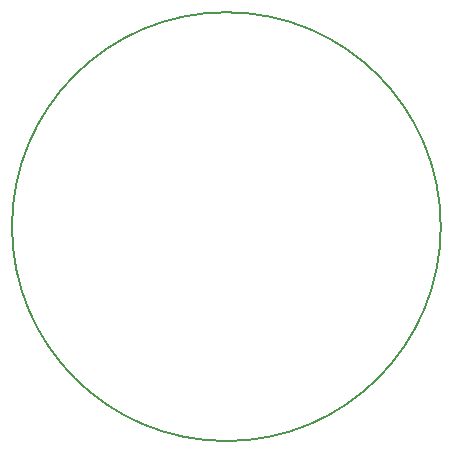
<source format=gbr>
%TF.GenerationSoftware,KiCad,Pcbnew,(6.0.8)*%
%TF.CreationDate,2023-04-11T21:19:58-04:00*%
%TF.ProjectId,Rat_NEST_v1,5261745f-4e45-4535-945f-76312e6b6963,rev?*%
%TF.SameCoordinates,Original*%
%TF.FileFunction,Profile,NP*%
%FSLAX46Y46*%
G04 Gerber Fmt 4.6, Leading zero omitted, Abs format (unit mm)*
G04 Created by KiCad (PCBNEW (6.0.8)) date 2023-04-11 21:19:58*
%MOMM*%
%LPD*%
G01*
G04 APERTURE LIST*
%TA.AperFunction,Profile*%
%ADD10C,0.200000*%
%TD*%
G04 APERTURE END LIST*
D10*
X167758312Y-106273600D02*
G75*
G03*
X167758312Y-106273600I-18152312J0D01*
G01*
M02*

</source>
